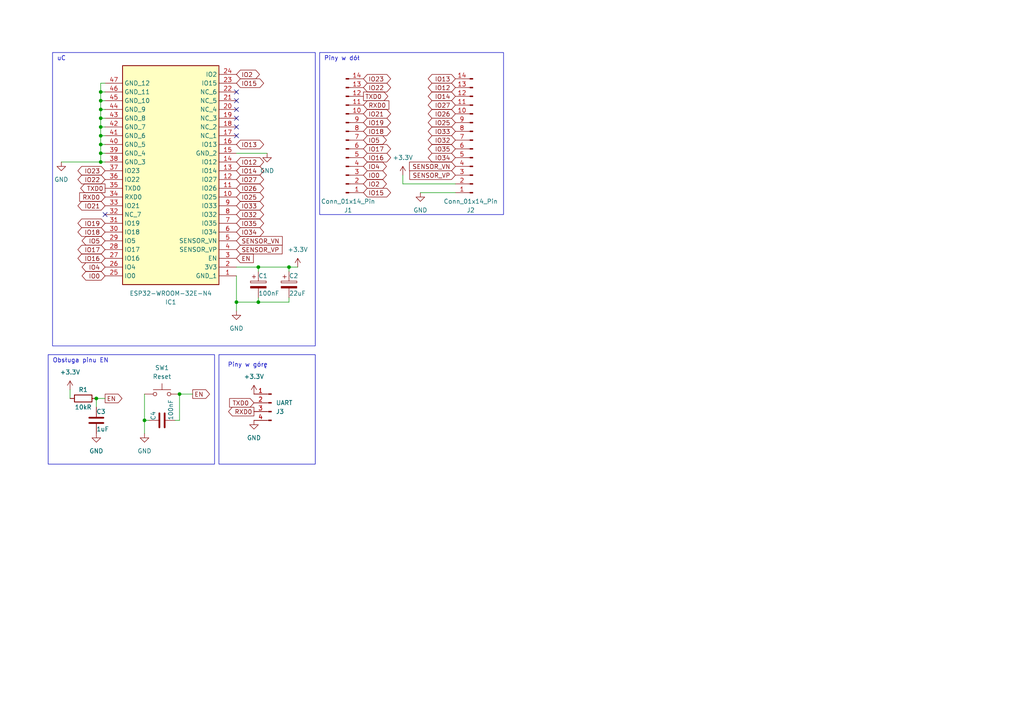
<source format=kicad_sch>
(kicad_sch (version 20230121) (generator eeschema)
  (paper "A4")
  (lib_symbols
    (symbol "Connector:Conn_01x04_Pin" (pin_names (offset 1.016) hide)
      (property "Reference" "J" (at 0 5.08 0))
      (property "Value" "Conn_01x04_Pin" (at 0 -7.62 0))
      (symbol "Conn_01x04_Pin_1_1"
        (polyline (pts (xy 1.27 -5.08) (xy 0.8636 -5.08)) (stroke (width 0.1524)))
        (polyline (pts (xy 1.27 -2.54) (xy 0.8636 -2.54)) (stroke (width 0.1524)))
        (polyline (pts (xy 1.27 0) (xy 0.8636 0)) (stroke (width 0.1524)))
        (polyline (pts (xy 1.27 2.54) (xy 0.8636 2.54)) (stroke (width 0.1524)))
        (rectangle (start 0.8636 -4.953) (end 0 -5.207) (stroke (width 0.1524)) (fill (type outline)))
        (rectangle (start 0.8636 -2.413) (end 0 -2.667) (stroke (width 0.1524)) (fill (type outline)))
        (rectangle (start 0.8636 0.127) (end 0 -0.127) (stroke (width 0.1524)) (fill (type outline)))
        (rectangle (start 0.8636 2.667) (end 0 2.413) (stroke (width 0.1524)) (fill (type outline)))
        (pin passive line (at 5.08 2.54 180) (length 3.81) (name "Pin_1") (number "1"))
        (pin passive line (at 5.08 0 180) (length 3.81) (name "Pin_2") (number "2"))
        (pin passive line (at 5.08 -2.54 180) (length 3.81) (name "Pin_3") (number "3"))
        (pin passive line (at 5.08 -5.08 180) (length 3.81) (name "Pin_4") (number "4"))
      )
    )
    (symbol "Connector:Conn_01x14_Pin" (pin_names (offset 1.016) hide)
      (property "Reference" "J" (at 0 17.78 0))
      (property "Value" "Conn_01x14_Pin" (at 0 -20.32 0))
      (symbol "Conn_01x14_Pin_1_1"
        (polyline (pts (xy 1.27 -17.78) (xy 0.8636 -17.78)) (stroke (width 0.1524)))
        (polyline (pts (xy 1.27 -15.24) (xy 0.8636 -15.24)) (stroke (width 0.1524)))
        (polyline (pts (xy 1.27 -12.7) (xy 0.8636 -12.7)) (stroke (width 0.1524)))
        (polyline (pts (xy 1.27 -10.16) (xy 0.8636 -10.16)) (stroke (width 0.1524)))
        (polyline (pts (xy 1.27 -7.62) (xy 0.8636 -7.62)) (stroke (width 0.1524)))
        (polyline (pts (xy 1.27 -5.08) (xy 0.8636 -5.08)) (stroke (width 0.1524)))
        (polyline (pts (xy 1.27 -2.54) (xy 0.8636 -2.54)) (stroke (width 0.1524)))
        (polyline (pts (xy 1.27 0) (xy 0.8636 0)) (stroke (width 0.1524)))
        (polyline (pts (xy 1.27 2.54) (xy 0.8636 2.54)) (stroke (width 0.1524)))
        (polyline (pts (xy 1.27 5.08) (xy 0.8636 5.08)) (stroke (width 0.1524)))
        (polyline (pts (xy 1.27 7.62) (xy 0.8636 7.62)) (stroke (width 0.1524)))
        (polyline (pts (xy 1.27 10.16) (xy 0.8636 10.16)) (stroke (width 0.1524)))
        (polyline (pts (xy 1.27 12.7) (xy 0.8636 12.7)) (stroke (width 0.1524)))
        (polyline (pts (xy 1.27 15.24) (xy 0.8636 15.24)) (stroke (width 0.1524)))
        (rectangle (start 0.8636 -17.653) (end 0 -17.907) (stroke (width 0.1524)) (fill (type outline)))
        (rectangle (start 0.8636 -15.113) (end 0 -15.367) (stroke (width 0.1524)) (fill (type outline)))
        (rectangle (start 0.8636 -12.573) (end 0 -12.827) (stroke (width 0.1524)) (fill (type outline)))
        (rectangle (start 0.8636 -10.033) (end 0 -10.287) (stroke (width 0.1524)) (fill (type outline)))
        (rectangle (start 0.8636 -7.493) (end 0 -7.747) (stroke (width 0.1524)) (fill (type outline)))
        (rectangle (start 0.8636 -4.953) (end 0 -5.207) (stroke (width 0.1524)) (fill (type outline)))
        (rectangle (start 0.8636 -2.413) (end 0 -2.667) (stroke (width 0.1524)) (fill (type outline)))
        (rectangle (start 0.8636 0.127) (end 0 -0.127) (stroke (width 0.1524)) (fill (type outline)))
        (rectangle (start 0.8636 2.667) (end 0 2.413) (stroke (width 0.1524)) (fill (type outline)))
        (rectangle (start 0.8636 5.207) (end 0 4.953) (stroke (width 0.1524)) (fill (type outline)))
        (rectangle (start 0.8636 7.747) (end 0 7.493) (stroke (width 0.1524)) (fill (type outline)))
        (rectangle (start 0.8636 10.287) (end 0 10.033) (stroke (width 0.1524)) (fill (type outline)))
        (rectangle (start 0.8636 12.827) (end 0 12.573) (stroke (width 0.1524)) (fill (type outline)))
        (rectangle (start 0.8636 15.367) (end 0 15.113) (stroke (width 0.1524)) (fill (type outline)))
        (pin passive line (at 5.08 15.24 180) (length 3.81) (name "Pin_1") (number "1"))
        (pin passive line (at 5.08 -7.62 180) (length 3.81) (name "Pin_10") (number "10"))
        (pin passive line (at 5.08 -10.16 180) (length 3.81) (name "Pin_11") (number "11"))
        (pin passive line (at 5.08 -12.7 180) (length 3.81) (name "Pin_12") (number "12"))
        (pin passive line (at 5.08 -15.24 180) (length 3.81) (name "Pin_13") (number "13"))
        (pin passive line (at 5.08 -17.78 180) (length 3.81) (name "Pin_14") (number "14"))
        (pin passive line (at 5.08 12.7 180) (length 3.81) (name "Pin_2") (number "2"))
        (pin passive line (at 5.08 10.16 180) (length 3.81) (name "Pin_3") (number "3"))
        (pin passive line (at 5.08 7.62 180) (length 3.81) (name "Pin_4") (number "4"))
        (pin passive line (at 5.08 5.08 180) (length 3.81) (name "Pin_5") (number "5"))
        (pin passive line (at 5.08 2.54 180) (length 3.81) (name "Pin_6") (number "6"))
        (pin passive line (at 5.08 0 180) (length 3.81) (name "Pin_7") (number "7"))
        (pin passive line (at 5.08 -2.54 180) (length 3.81) (name "Pin_8") (number "8"))
        (pin passive line (at 5.08 -5.08 180) (length 3.81) (name "Pin_9") (number "9"))
      )
    )
    (symbol "Device:C" (pin_numbers hide) (pin_names (offset 0.254))
      (property "Reference" "C" (at 0.635 2.54 0))
      (property "Value" "C" (at 0.635 -2.54 0))
      (symbol "C_0_1"
        (polyline (pts (xy -2.032 -0.762) (xy 2.032 -0.762)) (stroke (width 0.508)))
        (polyline (pts (xy -2.032 0.762) (xy 2.032 0.762)) (stroke (width 0.508)))
      )
      (symbol "C_1_1"
        (pin passive line (at 0 3.81 270) (length 2.794) (name "~") (number "1"))
        (pin passive line (at 0 -3.81 90) (length 2.794) (name "~") (number "2"))
      )
    )
    (symbol "Device:C_Polarized" (pin_numbers hide) (pin_names (offset 0.254))
      (property "Reference" "C" (at 0.635 2.54 0))
      (property "Value" "C_Polarized" (at 0.635 -2.54 0))
      (symbol "C_Polarized_0_1"
        (rectangle (start -2.286 0.508) (end 2.286 1.016))
        (polyline (pts (xy -1.778 2.286) (xy -0.762 2.286)))
        (polyline (pts (xy -1.27 2.794) (xy -1.27 1.778)))
        (rectangle (start 2.286 -0.508) (end -2.286 -1.016) (fill (type outline)))
      )
      (symbol "C_Polarized_1_1"
        (pin passive line (at 0 3.81 270) (length 2.794) (name "~") (number "1"))
        (pin passive line (at 0 -3.81 90) (length 2.794) (name "~") (number "2"))
      )
    )
    (symbol "Device:R" (pin_numbers hide) (pin_names (offset 0))
      (property "Reference" "R" (at 2.032 0 90))
      (property "Value" "R" (at 0 0 90))
      (symbol "R_0_1"
        (rectangle (start -1.016 -2.54) (end 1.016 2.54) (stroke (width 0.254)))
      )
      (symbol "R_1_1"
        (pin passive line (at 0 3.81 270) (length 1.27) (name "~") (number "1"))
        (pin passive line (at 0 -3.81 90) (length 1.27) (name "~") (number "2"))
      )
    )
    (symbol "Switch:SW_Push" (pin_numbers hide) (pin_names (offset 1.016) hide)
      (property "Reference" "SW" (at 1.27 2.54 0))
      (property "Value" "SW_Push" (at 0 -1.524 0))
      (symbol "SW_Push_0_1"
        (circle (center -2.032 0) (radius 0.508))
        (polyline (pts (xy 0 1.27) (xy 0 3.048)))
        (polyline (pts (xy 2.54 1.27) (xy -2.54 1.27)))
        (circle (center 2.032 0) (radius 0.508))
        (pin passive line (at -5.08 0 0) (length 2.54) (name "1") (number "1"))
        (pin passive line (at 5.08 0 180) (length 2.54) (name "2") (number "2"))
      )
    )
    (symbol "User_defined_footprints:ESP32-WROOM-32E-N4"
      (property "Reference" "IC" (at 34.29 7.62 0))
      (property "Value" "ESP32-WROOM-32E-N4" (at 34.29 5.08 0))
      (symbol "ESP32-WROOM-32E-N4_1_1"
        (rectangle (start 5.08 2.54) (end 33.02 -60.96) (stroke (width 0.254)) (fill (type background)))
        (pin passive line (at 0 0 0) (length 5.08) (name "GND_1") (number "1"))
        (pin passive line (at 0 -22.86 0) (length 5.08) (name "IO25") (number "10"))
        (pin passive line (at 0 -25.4 0) (length 5.08) (name "IO26") (number "11"))
        (pin passive line (at 0 -27.94 0) (length 5.08) (name "IO27") (number "12"))
        (pin passive line (at 0 -30.48 0) (length 5.08) (name "IO14") (number "13"))
        (pin passive line (at 0 -33.02 0) (length 5.08) (name "IO12") (number "14"))
        (pin passive line (at 0 -35.56 0) (length 5.08) (name "GND_2") (number "15"))
        (pin passive line (at 0 -38.1 0) (length 5.08) (name "IO13") (number "16"))
        (pin passive line (at 0 -40.64 0) (length 5.08) (name "NC_1") (number "17"))
        (pin passive line (at 0 -43.18 0) (length 5.08) (name "NC_2") (number "18"))
        (pin passive line (at 0 -45.72 0) (length 5.08) (name "NC_3") (number "19"))
        (pin passive line (at 0 -2.54 0) (length 5.08) (name "3V3") (number "2"))
        (pin passive line (at 0 -48.26 0) (length 5.08) (name "NC_4") (number "20"))
        (pin passive line (at 0 -50.8 0) (length 5.08) (name "NC_5") (number "21"))
        (pin passive line (at 0 -53.34 0) (length 5.08) (name "NC_6") (number "22"))
        (pin passive line (at 0 -55.88 0) (length 5.08) (name "IO15") (number "23"))
        (pin passive line (at 0 -58.42 0) (length 5.08) (name "IO2") (number "24"))
        (pin passive line (at 38.1 0 180) (length 5.08) (name "IO0") (number "25"))
        (pin passive line (at 38.1 -2.54 180) (length 5.08) (name "IO4") (number "26"))
        (pin passive line (at 38.1 -5.08 180) (length 5.08) (name "IO16") (number "27"))
        (pin passive line (at 38.1 -7.62 180) (length 5.08) (name "IO17") (number "28"))
        (pin passive line (at 38.1 -10.16 180) (length 5.08) (name "IO5") (number "29"))
        (pin passive line (at 0 -5.08 0) (length 5.08) (name "EN") (number "3"))
        (pin passive line (at 38.1 -12.7 180) (length 5.08) (name "IO18") (number "30"))
        (pin passive line (at 38.1 -15.24 180) (length 5.08) (name "IO19") (number "31"))
        (pin passive line (at 38.1 -17.78 180) (length 5.08) (name "NC_7") (number "32"))
        (pin passive line (at 38.1 -20.32 180) (length 5.08) (name "IO21") (number "33"))
        (pin passive line (at 38.1 -22.86 180) (length 5.08) (name "RXD0") (number "34"))
        (pin passive line (at 38.1 -25.4 180) (length 5.08) (name "TXD0") (number "35"))
        (pin passive line (at 38.1 -27.94 180) (length 5.08) (name "IO22") (number "36"))
        (pin passive line (at 38.1 -30.48 180) (length 5.08) (name "IO23") (number "37"))
        (pin passive line (at 38.1 -33.02 180) (length 5.08) (name "GND_3") (number "38"))
        (pin passive line (at 38.1 -35.56 180) (length 5.08) (name "GND_4") (number "39"))
        (pin passive line (at 0 -7.62 0) (length 5.08) (name "SENSOR_VP") (number "4"))
        (pin passive line (at 38.1 -38.1 180) (length 5.08) (name "GND_5") (number "40"))
        (pin passive line (at 38.1 -40.64 180) (length 5.08) (name "GND_6") (number "41"))
        (pin passive line (at 38.1 -43.18 180) (length 5.08) (name "GND_7") (number "42"))
        (pin passive line (at 38.1 -45.72 180) (length 5.08) (name "GND_8") (number "43"))
        (pin passive line (at 38.1 -48.26 180) (length 5.08) (name "GND_9") (number "44"))
        (pin passive line (at 38.1 -50.8 180) (length 5.08) (name "GND_10") (number "45"))
        (pin passive line (at 38.1 -53.34 180) (length 5.08) (name "GND_11") (number "46"))
        (pin passive line (at 38.1 -55.88 180) (length 5.08) (name "GND_12") (number "47"))
        (pin passive line (at 0 -10.16 0) (length 5.08) (name "SENSOR_VN") (number "5"))
        (pin passive line (at 0 -12.7 0) (length 5.08) (name "IO34") (number "6"))
        (pin passive line (at 0 -15.24 0) (length 5.08) (name "IO35") (number "7"))
        (pin passive line (at 0 -17.78 0) (length 5.08) (name "IO32") (number "8"))
        (pin passive line (at 0 -20.32 0) (length 5.08) (name "IO33") (number "9"))
      )
    )
    (symbol "power:+3.3V" (power) (pin_names (offset 0))
      (property "Value" "+3.3V" (at 0 3.556 0))
      (symbol "+3.3V_0_1"
        (polyline (pts (xy -0.762 1.27) (xy 0 2.54)))
        (polyline (pts (xy 0 0) (xy 0 2.54)))
        (polyline (pts (xy 0 2.54) (xy 0.762 1.27)))
      )
      (symbol "+3.3V_1_1"
        (pin power_in line (at 0 0 90) (length 0) hide (name "+3.3V") (number "1"))
      )
    )
    (symbol "power:GND" (power) (pin_names (offset 0))
      (property "Value" "GND" (at 0 -3.81 0))
      (symbol "GND_0_1"
        (polyline (pts (xy 0 0) (xy 0 -1.27) (xy 1.27 -1.27) (xy 0 -2.54) (xy -1.27 -1.27) (xy 0 -1.27)))
      )
      (symbol "GND_1_1"
        (pin power_in line (at 0 0 270) (length 0) hide (name "GND") (number "1"))
      )
    )
  )
  (junction (at 27.94 115.57))
  (junction (at 83.82 77.47))
  (junction (at 29.21 31.75))
  (junction (at 29.21 46.99))
  (junction (at 74.93 77.47))
  (junction (at 29.21 29.21))
  (junction (at 29.21 26.67))
  (junction (at 29.21 41.91))
  (junction (at 41.91 121.92))
  (junction (at 29.21 34.29))
  (junction (at 52.07 114.3))
  (junction (at 68.58 87.63))
  (junction (at 29.21 39.37))
  (junction (at 29.21 44.45))
  (junction (at 74.93 87.63))
  (junction (at 29.21 36.83))
  (no_connect (at 68.58 39.37))
  (no_connect (at 68.58 34.29))
  (no_connect (at 68.58 31.75))
  (no_connect (at 68.58 36.83))
  (no_connect (at 68.58 29.21))
  (no_connect (at 68.58 26.67))
  (no_connect (at 30.48 62.23))
  (wire (pts (xy 29.21 24.13) (xy 30.48 24.13)))
  (wire (pts (xy 29.21 29.21) (xy 29.21 26.67)))
  (wire (pts (xy 68.58 80.01) (xy 68.58 87.63)))
  (wire (pts (xy 74.93 87.63) (xy 74.93 86.36)))
  (wire (pts (xy 29.21 41.91) (xy 30.48 41.91)))
  (wire (pts (xy 74.93 78.74) (xy 74.93 77.47)))
  (wire (pts (xy 68.58 90.17) (xy 68.58 87.63)))
  (wire (pts (xy 29.21 41.91) (xy 29.21 39.37)))
  (wire (pts (xy 41.91 125.73) (xy 41.91 121.92)))
  (wire (pts (xy 74.93 87.63) (xy 83.82 87.63)))
  (wire (pts (xy 116.84 50.8) (xy 116.84 53.34)))
  (wire (pts (xy 52.07 121.92) (xy 52.07 114.3)))
  (wire (pts (xy 29.21 31.75) (xy 30.48 31.75)))
  (wire (pts (xy 83.82 78.74) (xy 83.82 77.47)))
  (wire (pts (xy 29.21 26.67) (xy 29.21 24.13)))
  (wire (pts (xy 29.21 34.29) (xy 30.48 34.29)))
  (wire (pts (xy 29.21 39.37) (xy 29.21 36.83)))
  (wire (pts (xy 74.93 77.47) (xy 83.82 77.47)))
  (wire (pts (xy 29.21 44.45) (xy 30.48 44.45)))
  (wire (pts (xy 17.78 46.99) (xy 29.21 46.99)))
  (wire (pts (xy 29.21 44.45) (xy 29.21 41.91)))
  (wire (pts (xy 29.21 36.83) (xy 30.48 36.83)))
  (wire (pts (xy 29.21 36.83) (xy 29.21 34.29)))
  (wire (pts (xy 68.58 44.45) (xy 77.47 44.45)))
  (wire (pts (xy 20.32 113.03) (xy 20.32 115.57)))
  (wire (pts (xy 68.58 87.63) (xy 74.93 87.63)))
  (wire (pts (xy 30.48 115.57) (xy 27.94 115.57)))
  (wire (pts (xy 121.92 55.88) (xy 132.08 55.88)))
  (wire (pts (xy 83.82 87.63) (xy 83.82 86.36)))
  (wire (pts (xy 50.8 121.92) (xy 52.07 121.92)))
  (wire (pts (xy 29.21 26.67) (xy 30.48 26.67)))
  (wire (pts (xy 29.21 34.29) (xy 29.21 31.75)))
  (wire (pts (xy 29.21 29.21) (xy 30.48 29.21)))
  (wire (pts (xy 29.21 46.99) (xy 30.48 46.99)))
  (wire (pts (xy 116.84 53.34) (xy 132.08 53.34)))
  (wire (pts (xy 29.21 31.75) (xy 29.21 29.21)))
  (wire (pts (xy 29.21 44.45) (xy 29.21 46.99)))
  (wire (pts (xy 68.58 77.47) (xy 74.93 77.47)))
  (wire (pts (xy 52.07 114.3) (xy 55.88 114.3)))
  (wire (pts (xy 43.18 121.92) (xy 41.91 121.92)))
  (wire (pts (xy 83.82 77.47) (xy 86.36 77.47)))
  (wire (pts (xy 29.21 39.37) (xy 30.48 39.37)))
  (wire (pts (xy 41.91 114.3) (xy 41.91 121.92)))
  (wire (pts (xy 27.94 118.11) (xy 27.94 115.57)))
  (rectangle (start 92.71 15.24) (end 146.05 62.23))
  (rectangle (start 63.5 102.87) (end 91.44 134.62))
  (rectangle (start 15.24 15.24) (end 91.44 100.33))
  (rectangle (start 13.97 102.87) (end 62.23 134.62))
  (text "Piny w górę" (at 66.04 106.68 0) (effects (font (size 1.27 1.27)) (justify left bottom)))
  (text "uC" (at 16.51 17.78 0) (effects (font (size 1.27 1.27)) (justify left bottom)))
  (text "Piny w dół" (at 93.98 17.78 0) (effects (font (size 1.27 1.27)) (justify left bottom)))
  (text "Obsługa pinu EN" (at 15.24 105.41 0) (effects (font (size 1.27 1.27)) (justify left bottom)))
  (global_label "IO13" (shape bidirectional) (at 132.08 22.86 180) (property "Intersheetrefs" "${INTERSHEET_REFS}" (effects hide)))
  (global_label "IO19" (shape bidirectional) (at 30.48 64.77 180) (property "Intersheetrefs" "${INTERSHEET_REFS}" (effects hide)))
  (global_label "EN" (shape input) (at 68.58 74.93 0) (property "Intersheetrefs" "${INTERSHEET_REFS}" (effects hide)))
  (global_label "IO34" (shape bidirectional) (at 132.08 45.72 180) (property "Intersheetrefs" "${INTERSHEET_REFS}" (effects hide)))
  (global_label "IO5" (shape bidirectional) (at 105.41 40.64 0) (property "Intersheetrefs" "${INTERSHEET_REFS}" (effects hide)))
  (global_label "SENSOR_VN" (shape input) (at 132.08 48.26 180) (property "Intersheetrefs" "${INTERSHEET_REFS}" (effects hide)))
  (global_label "IO34" (shape bidirectional) (at 68.58 67.31 0) (property "Intersheetrefs" "${INTERSHEET_REFS}" (effects hide)))
  (global_label "IO33" (shape bidirectional) (at 68.58 59.69 0) (property "Intersheetrefs" "${INTERSHEET_REFS}" (effects hide)))
  (global_label "IO32" (shape bidirectional) (at 132.08 40.64 180) (property "Intersheetrefs" "${INTERSHEET_REFS}" (effects hide)))
  (global_label "IO0" (shape bidirectional) (at 105.41 50.8 0) (property "Intersheetrefs" "${INTERSHEET_REFS}" (effects hide)))
  (global_label "IO4" (shape bidirectional) (at 105.41 48.26 0) (property "Intersheetrefs" "${INTERSHEET_REFS}" (effects hide)))
  (global_label "IO35" (shape bidirectional) (at 132.08 43.18 180) (property "Intersheetrefs" "${INTERSHEET_REFS}" (effects hide)))
  (global_label "IO27" (shape bidirectional) (at 68.58 52.07 0) (property "Intersheetrefs" "${INTERSHEET_REFS}" (effects hide)))
  (global_label "RXD0" (shape input) (at 30.48 57.15 180) (property "Intersheetrefs" "${INTERSHEET_REFS}" (effects hide)))
  (global_label "IO33" (shape bidirectional) (at 132.08 38.1 180) (property "Intersheetrefs" "${INTERSHEET_REFS}" (effects hide)))
  (global_label "SENSOR_VN" (shape input) (at 68.58 69.85 0) (property "Intersheetrefs" "${INTERSHEET_REFS}" (effects hide)))
  (global_label "IO15" (shape bidirectional) (at 68.58 24.13 0) (property "Intersheetrefs" "${INTERSHEET_REFS}" (effects hide)))
  (global_label "TXD0" (shape output) (at 105.41 27.94 0) (property "Intersheetrefs" "${INTERSHEET_REFS}" (effects hide)))
  (global_label "IO4" (shape bidirectional) (at 30.48 77.47 180) (property "Intersheetrefs" "${INTERSHEET_REFS}" (effects hide)))
  (global_label "IO26" (shape bidirectional) (at 132.08 33.02 180) (property "Intersheetrefs" "${INTERSHEET_REFS}" (effects hide)))
  (global_label "IO14" (shape bidirectional) (at 68.58 49.53 0) (property "Intersheetrefs" "${INTERSHEET_REFS}" (effects hide)))
  (global_label "IO2" (shape bidirectional) (at 105.41 53.34 0) (property "Intersheetrefs" "${INTERSHEET_REFS}" (effects hide)))
  (global_label "TXD0" (shape input) (at 73.66 116.84 180) (property "Intersheetrefs" "${INTERSHEET_REFS}" (effects hide)))
  (global_label "IO27" (shape bidirectional) (at 132.08 30.48 180) (property "Intersheetrefs" "${INTERSHEET_REFS}" (effects hide)))
  (global_label "IO15" (shape bidirectional) (at 105.41 55.88 0) (property "Intersheetrefs" "${INTERSHEET_REFS}" (effects hide)))
  (global_label "IO18" (shape bidirectional) (at 105.41 38.1 0) (property "Intersheetrefs" "${INTERSHEET_REFS}" (effects hide)))
  (global_label "IO25" (shape bidirectional) (at 132.08 35.56 180) (property "Intersheetrefs" "${INTERSHEET_REFS}" (effects hide)))
  (global_label "IO22" (shape bidirectional) (at 105.41 25.4 0) (property "Intersheetrefs" "${INTERSHEET_REFS}" (effects hide)))
  (global_label "IO5" (shape bidirectional) (at 30.48 69.85 180) (property "Intersheetrefs" "${INTERSHEET_REFS}" (effects hide)))
  (global_label "SENSOR_VP" (shape input) (at 132.08 50.8 180) (property "Intersheetrefs" "${INTERSHEET_REFS}" (effects hide)))
  (global_label "IO22" (shape bidirectional) (at 30.48 52.07 180) (property "Intersheetrefs" "${INTERSHEET_REFS}" (effects hide)))
  (global_label "IO0" (shape bidirectional) (at 30.48 80.01 180) (property "Intersheetrefs" "${INTERSHEET_REFS}" (effects hide)))
  (global_label "IO2" (shape bidirectional) (at 68.58 21.59 0) (property "Intersheetrefs" "${INTERSHEET_REFS}" (effects hide)))
  (global_label "EN" (shape output) (at 55.88 114.3 0) (property "Intersheetrefs" "${INTERSHEET_REFS}" (effects hide)))
  (global_label "IO32" (shape bidirectional) (at 68.58 62.23 0) (property "Intersheetrefs" "${INTERSHEET_REFS}" (effects hide)))
  (global_label "SENSOR_VP" (shape input) (at 68.58 72.39 0) (property "Intersheetrefs" "${INTERSHEET_REFS}" (effects hide)))
  (global_label "RXD0" (shape input) (at 105.41 30.48 0) (property "Intersheetrefs" "${INTERSHEET_REFS}" (effects hide)))
  (global_label "IO21" (shape bidirectional) (at 30.48 59.69 180) (property "Intersheetrefs" "${INTERSHEET_REFS}" (effects hide)))
  (global_label "IO14" (shape bidirectional) (at 132.08 27.94 180) (property "Intersheetrefs" "${INTERSHEET_REFS}" (effects hide)))
  (global_label "IO16" (shape bidirectional) (at 30.48 74.93 180) (property "Intersheetrefs" "${INTERSHEET_REFS}" (effects hide)))
  (global_label "IO23" (shape bidirectional) (at 30.48 49.53 180) (property "Intersheetrefs" "${INTERSHEET_REFS}" (effects hide)))
  (global_label "IO12" (shape bidirectional) (at 68.58 46.99 0) (property "Intersheetrefs" "${INTERSHEET_REFS}" (effects hide)))
  (global_label "IO26" (shape bidirectional) (at 68.58 54.61 0) (property "Intersheetrefs" "${INTERSHEET_REFS}" (effects hide)))
  (global_label "RXD0" (shape output) (at 73.66 119.38 180) (property "Intersheetrefs" "${INTERSHEET_REFS}" (effects hide)))
  (global_label "IO17" (shape bidirectional) (at 105.41 43.18 0) (property "Intersheetrefs" "${INTERSHEET_REFS}" (effects hide)))
  (global_label "IO23" (shape bidirectional) (at 105.41 22.86 0) (property "Intersheetrefs" "${INTERSHEET_REFS}" (effects hide)))
  (global_label "IO25" (shape bidirectional) (at 68.58 57.15 0) (property "Intersheetrefs" "${INTERSHEET_REFS}" (effects hide)))
  (global_label "IO18" (shape bidirectional) (at 30.48 67.31 180) (property "Intersheetrefs" "${INTERSHEET_REFS}" (effects hide)))
  (global_label "TXD0" (shape output) (at 30.48 54.61 180) (property "Intersheetrefs" "${INTERSHEET_REFS}" (effects hide)))
  (global_label "IO35" (shape bidirectional) (at 68.58 64.77 0) (property "Intersheetrefs" "${INTERSHEET_REFS}" (effects hide)))
  (global_label "EN" (shape output) (at 30.48 115.57 0) (property "Intersheetrefs" "${INTERSHEET_REFS}" (effects hide)))
  (global_label "IO13" (shape bidirectional) (at 68.58 41.91 0) (property "Intersheetrefs" "${INTERSHEET_REFS}" (effects hide)))
  (global_label "IO17" (shape bidirectional) (at 30.48 72.39 180) (property "Intersheetrefs" "${INTERSHEET_REFS}" (effects hide)))
  (global_label "IO21" (shape bidirectional) (at 105.41 33.02 0) (property "Intersheetrefs" "${INTERSHEET_REFS}" (effects hide)))
  (global_label "IO16" (shape bidirectional) (at 105.41 45.72 0) (property "Intersheetrefs" "${INTERSHEET_REFS}" (effects hide)))
  (global_label "IO12" (shape bidirectional) (at 132.08 25.4 180) (property "Intersheetrefs" "${INTERSHEET_REFS}" (effects hide)))
  (global_label "IO19" (shape bidirectional) (at 105.41 35.56 0) (property "Intersheetrefs" "${INTERSHEET_REFS}" (effects hide)))
  (symbol (lib_id "User_defined_footprints:ESP32-WROOM-32E-N4") (at 68.58 80.01 180) (unit 1)
    (property "Reference" "IC1" (at 49.53 87.63 0))
    (property "Value" "ESP32-WROOM-32E-N4" (at 49.53 85.09 0))
    (property "Footprint" "User_defined_footprints:ESP32WROOM32EN4" (effects hide))
    (property "Datasheet" "https://www.espressif.com/sites/default/files/documentation/esp32-wroom-32e_esp32-wroom-32ue_datasheet_en.pdf" (effects hide))
    (property "Height" "3.25" (effects hide))
    (property "Manufacturer_Name" "Espressif Systems" (effects hide))
    (property "Manufacturer_Part_Number" "ESP32-WROOM-32E-N4" (effects hide))
  )
  (symbol (lib_id "Device:C_Polarized") (at 83.82 82.55 0) (unit 1)
    (property "Reference" "C2" (at 83.82 80.01 0) (effects (justify left)))
    (property "Value" "22uF" (at 83.82 85.09 0) (effects (justify left)))
    (property "Footprint" "Capacitor_SMD:C_0402_1005Metric_Pad0.74x0.62mm_HandSolder" (effects hide))
  )
  (symbol (lib_id "Connector:Conn_01x14_Pin") (at 100.33 40.64 0) (mirror x) (unit 1)
    (property "Reference" "J1" (at 100.965 60.96 0))
    (property "Value" "Conn_01x14_Pin" (at 100.965 58.42 0))
    (property "Footprint" "Connector_PinHeader_2.54mm:PinHeader_1x14_P2.54mm_Vertical" (effects hide))
  )
  (symbol (lib_id "Connector:Conn_01x04_Pin") (at 78.74 116.84 0) (mirror y) (unit 1)
    (property "Reference" "J3" (at 80.01 119.38 0) (effects (justify right)))
    (property "Value" "UART" (at 80.01 116.84 0) (effects (justify right)))
    (property "Footprint" "Connector_PinHeader_2.54mm:PinHeader_1x04_P2.54mm_Vertical" (effects hide))
  )
  (symbol (lib_id "power:GND") (at 27.94 125.73 0) (unit 1)
    (property "Reference" "#PWR010" (effects hide))
    (property "Value" "GND" (at 27.94 130.81 0))
  )
  (symbol (lib_id "Device:C_Polarized") (at 74.93 82.55 0) (unit 1)
    (property "Reference" "C1" (at 74.93 80.01 0) (effects (justify left)))
    (property "Value" "100nF" (at 74.93 85.09 0) (effects (justify left)))
    (property "Footprint" "Capacitor_SMD:C_0402_1005Metric_Pad0.74x0.62mm_HandSolder" (effects hide))
  )
  (symbol (lib_id "power:GND") (at 73.66 121.92 0) (unit 1)
    (property "Reference" "#PWR09" (effects hide))
    (property "Value" "GND" (at 73.66 127 0))
  )
  (symbol (lib_id "power:GND") (at 77.47 44.45 0) (unit 1)
    (property "Reference" "#PWR03" (effects hide))
    (property "Value" "GND" (at 77.47 49.53 0))
  )
  (symbol (lib_id "power:+3.3V") (at 73.66 114.3 0) (unit 1)
    (property "Reference" "#PWR08" (effects hide))
    (property "Value" "+3.3V" (at 73.66 109.22 0))
  )
  (symbol (lib_id "power:+3.3V") (at 116.84 50.8 0) (unit 1)
    (property "Reference" "#PWR01" (effects hide))
    (property "Value" "+3.3V" (at 116.84 45.72 0))
  )
  (symbol (lib_id "Switch:SW_Push") (at 46.99 114.3 0) (unit 1)
    (property "Reference" "SW1" (at 46.99 106.68 0))
    (property "Value" "Reset" (at 46.99 109.22 0))
    (property "Footprint" "User_defined_footprints:DTSM31NVTR" (effects hide))
  )
  (symbol (lib_id "power:GND") (at 41.91 125.73 0) (unit 1)
    (property "Reference" "#PWR011" (effects hide))
    (property "Value" "GND" (at 41.91 130.81 0))
  )
  (symbol (lib_id "power:GND") (at 17.78 46.99 0) (unit 1)
    (property "Reference" "#PWR04" (effects hide))
    (property "Value" "GND" (at 17.78 52.07 0))
  )
  (symbol (lib_id "power:GND") (at 121.92 55.88 0) (unit 1)
    (property "Reference" "#PWR02" (effects hide))
    (property "Value" "GND" (at 121.92 60.96 0))
  )
  (symbol (lib_id "power:+3.3V") (at 86.36 77.47 0) (unit 1)
    (property "Reference" "#PWR05" (effects hide))
    (property "Value" "+3.3V" (at 86.36 72.39 0))
  )
  (symbol (lib_id "Connector:Conn_01x14_Pin") (at 137.16 40.64 180) (unit 1)
    (property "Reference" "J2" (at 136.525 60.96 0))
    (property "Value" "Conn_01x14_Pin" (at 136.525 58.42 0))
    (property "Footprint" "Connector_PinHeader_2.54mm:PinHeader_1x14_P2.54mm_Vertical" (effects hide))
  )
  (symbol (lib_id "power:GND") (at 68.58 90.17 0) (unit 1)
    (property "Reference" "#PWR06" (effects hide))
    (property "Value" "GND" (at 68.58 95.25 0))
  )
  (symbol (lib_id "Device:C") (at 46.99 121.92 90) (unit 1)
    (property "Reference" "C4" (at 44.45 121.92 0) (effects (justify left)))
    (property "Value" "100nF" (at 49.53 121.92 0) (effects (justify left)))
    (property "Footprint" "Capacitor_SMD:C_0402_1005Metric_Pad0.74x0.62mm_HandSolder" (effects hide))
  )
  (symbol (lib_id "power:+3.3V") (at 20.32 113.03 0) (unit 1)
    (property "Reference" "#PWR07" (effects hide))
    (property "Value" "+3.3V" (at 20.32 107.95 0))
  )
  (symbol (lib_id "Device:R") (at 24.13 115.57 90) (unit 1)
    (property "Reference" "R1" (at 24.13 113.03 90))
    (property "Value" "10kR" (at 24.13 118.11 90))
    (property "Footprint" "Resistor_SMD:R_0402_1005Metric_Pad0.72x0.64mm_HandSolder" (effects hide))
  )
  (symbol (lib_id "Device:C") (at 27.94 121.92 0) (unit 1)
    (property "Reference" "C3" (at 27.94 119.38 0) (effects (justify left)))
    (property "Value" "1uF" (at 27.94 124.46 0) (effects (justify left)))
    (property "Footprint" "Capacitor_SMD:C_0402_1005Metric_Pad0.74x0.62mm_HandSolder" (effects hide))
  )
)
</source>
